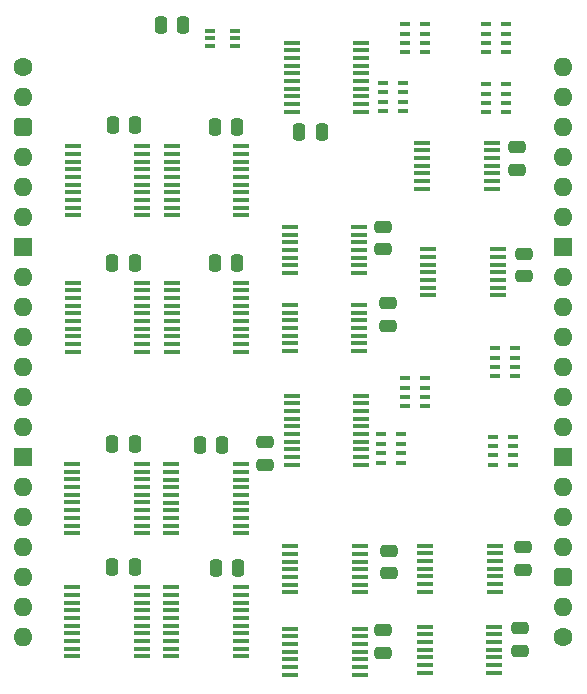
<source format=gts>
%TF.GenerationSoftware,KiCad,Pcbnew,7.0.5*%
%TF.CreationDate,2024-02-09T10:12:16+02:00*%
%TF.ProjectId,GPIO 16bit,4750494f-2031-4366-9269-742e6b696361,V0*%
%TF.SameCoordinates,Original*%
%TF.FileFunction,Soldermask,Top*%
%TF.FilePolarity,Negative*%
%FSLAX46Y46*%
G04 Gerber Fmt 4.6, Leading zero omitted, Abs format (unit mm)*
G04 Created by KiCad (PCBNEW 7.0.5) date 2024-02-09 10:12:16*
%MOMM*%
%LPD*%
G01*
G04 APERTURE LIST*
G04 Aperture macros list*
%AMRoundRect*
0 Rectangle with rounded corners*
0 $1 Rounding radius*
0 $2 $3 $4 $5 $6 $7 $8 $9 X,Y pos of 4 corners*
0 Add a 4 corners polygon primitive as box body*
4,1,4,$2,$3,$4,$5,$6,$7,$8,$9,$2,$3,0*
0 Add four circle primitives for the rounded corners*
1,1,$1+$1,$2,$3*
1,1,$1+$1,$4,$5*
1,1,$1+$1,$6,$7*
1,1,$1+$1,$8,$9*
0 Add four rect primitives between the rounded corners*
20,1,$1+$1,$2,$3,$4,$5,0*
20,1,$1+$1,$4,$5,$6,$7,0*
20,1,$1+$1,$6,$7,$8,$9,0*
20,1,$1+$1,$8,$9,$2,$3,0*%
G04 Aperture macros list end*
%ADD10R,1.475000X0.450000*%
%ADD11R,0.875000X0.450000*%
%ADD12R,0.950000X0.450000*%
%ADD13R,0.900000X0.450000*%
%ADD14RoundRect,0.250000X-0.475000X0.250000X-0.475000X-0.250000X0.475000X-0.250000X0.475000X0.250000X0*%
%ADD15RoundRect,0.250000X0.250000X0.475000X-0.250000X0.475000X-0.250000X-0.475000X0.250000X-0.475000X0*%
%ADD16RoundRect,0.250000X-0.250000X-0.475000X0.250000X-0.475000X0.250000X0.475000X-0.250000X0.475000X0*%
%ADD17RoundRect,0.250000X0.475000X-0.250000X0.475000X0.250000X-0.475000X0.250000X-0.475000X-0.250000X0*%
%ADD18C,1.600000*%
%ADD19O,1.600000X1.600000*%
%ADD20RoundRect,0.400000X0.400000X0.400000X-0.400000X0.400000X-0.400000X-0.400000X0.400000X-0.400000X0*%
%ADD21R,1.600000X1.600000*%
%ADD22RoundRect,0.400000X-0.400000X-0.400000X0.400000X-0.400000X0.400000X0.400000X-0.400000X0.400000X0*%
G04 APERTURE END LIST*
D10*
%TO.C,IC21*%
X148302000Y-100748000D03*
X148302000Y-101398000D03*
X148302000Y-102048000D03*
X148302000Y-102698000D03*
X148302000Y-103348000D03*
X148302000Y-103998000D03*
X148302000Y-104648000D03*
X154178000Y-104648000D03*
X154178000Y-103998000D03*
X154178000Y-103348000D03*
X154178000Y-102698000D03*
X154178000Y-102048000D03*
X154178000Y-101398000D03*
X154178000Y-100748000D03*
%TD*%
D11*
%TO.C,IC17*%
X130129000Y-50277000D03*
X130129000Y-50927000D03*
X130129000Y-51577000D03*
X132253000Y-51577000D03*
X132253000Y-50927000D03*
X132253000Y-50277000D03*
%TD*%
D10*
%TO.C,IC16*%
X126873000Y-60071000D03*
X126873000Y-60721000D03*
X126873000Y-61371000D03*
X126873000Y-62021000D03*
X126873000Y-62671000D03*
X126873000Y-63321000D03*
X126873000Y-63971000D03*
X126873000Y-64621000D03*
X126873000Y-65271000D03*
X126873000Y-65921000D03*
X132749000Y-65921000D03*
X132749000Y-65271000D03*
X132749000Y-64621000D03*
X132749000Y-63971000D03*
X132749000Y-63321000D03*
X132749000Y-62671000D03*
X132749000Y-62021000D03*
X132749000Y-61371000D03*
X132749000Y-60721000D03*
X132749000Y-60071000D03*
%TD*%
%TO.C,IC15*%
X118474000Y-60078000D03*
X118474000Y-60728000D03*
X118474000Y-61378000D03*
X118474000Y-62028000D03*
X118474000Y-62678000D03*
X118474000Y-63328000D03*
X118474000Y-63978000D03*
X118474000Y-64628000D03*
X118474000Y-65278000D03*
X118474000Y-65928000D03*
X124350000Y-65928000D03*
X124350000Y-65278000D03*
X124350000Y-64628000D03*
X124350000Y-63978000D03*
X124350000Y-63328000D03*
X124350000Y-62678000D03*
X124350000Y-62028000D03*
X124350000Y-61378000D03*
X124350000Y-60728000D03*
X124350000Y-60078000D03*
%TD*%
%TO.C,IC13*%
X142892000Y-57154000D03*
X142892000Y-56504000D03*
X142892000Y-55854000D03*
X142892000Y-55204000D03*
X142892000Y-54554000D03*
X142892000Y-53904000D03*
X142892000Y-53254000D03*
X142892000Y-52604000D03*
X142892000Y-51954000D03*
X142892000Y-51304000D03*
X137016000Y-51304000D03*
X137016000Y-51954000D03*
X137016000Y-52604000D03*
X137016000Y-53254000D03*
X137016000Y-53904000D03*
X137016000Y-54554000D03*
X137016000Y-55204000D03*
X137016000Y-55854000D03*
X137016000Y-56504000D03*
X137016000Y-57154000D03*
%TD*%
%TO.C,IC12*%
X148065000Y-59772000D03*
X148065000Y-60422000D03*
X148065000Y-61072000D03*
X148065000Y-61722000D03*
X148065000Y-62372000D03*
X148065000Y-63022000D03*
X148065000Y-63672000D03*
X153941000Y-63672000D03*
X153941000Y-63022000D03*
X153941000Y-62372000D03*
X153941000Y-61722000D03*
X153941000Y-61072000D03*
X153941000Y-60422000D03*
X153941000Y-59772000D03*
%TD*%
%TO.C,IC11*%
X126839000Y-71620000D03*
X126839000Y-72270000D03*
X126839000Y-72920000D03*
X126839000Y-73570000D03*
X126839000Y-74220000D03*
X126839000Y-74870000D03*
X126839000Y-75520000D03*
X126839000Y-76170000D03*
X126839000Y-76820000D03*
X126839000Y-77470000D03*
X132715000Y-77470000D03*
X132715000Y-76820000D03*
X132715000Y-76170000D03*
X132715000Y-75520000D03*
X132715000Y-74870000D03*
X132715000Y-74220000D03*
X132715000Y-73570000D03*
X132715000Y-72920000D03*
X132715000Y-72270000D03*
X132715000Y-71620000D03*
%TD*%
%TO.C,IC10*%
X118457000Y-71620000D03*
X118457000Y-72270000D03*
X118457000Y-72920000D03*
X118457000Y-73570000D03*
X118457000Y-74220000D03*
X118457000Y-74870000D03*
X118457000Y-75520000D03*
X118457000Y-76170000D03*
X118457000Y-76820000D03*
X118457000Y-77470000D03*
X124333000Y-77470000D03*
X124333000Y-76820000D03*
X124333000Y-76170000D03*
X124333000Y-75520000D03*
X124333000Y-74870000D03*
X124333000Y-74220000D03*
X124333000Y-73570000D03*
X124333000Y-72920000D03*
X124333000Y-72270000D03*
X124333000Y-71620000D03*
%TD*%
%TO.C,IC8*%
X126822000Y-86991000D03*
X126822000Y-87641000D03*
X126822000Y-88291000D03*
X126822000Y-88941000D03*
X126822000Y-89591000D03*
X126822000Y-90241000D03*
X126822000Y-90891000D03*
X126822000Y-91541000D03*
X126822000Y-92191000D03*
X126822000Y-92841000D03*
X132698000Y-92841000D03*
X132698000Y-92191000D03*
X132698000Y-91541000D03*
X132698000Y-90891000D03*
X132698000Y-90241000D03*
X132698000Y-89591000D03*
X132698000Y-88941000D03*
X132698000Y-88291000D03*
X132698000Y-87641000D03*
X132698000Y-86991000D03*
%TD*%
%TO.C,IC7*%
X126822000Y-97416000D03*
X126822000Y-98066000D03*
X126822000Y-98716000D03*
X126822000Y-99366000D03*
X126822000Y-100016000D03*
X126822000Y-100666000D03*
X126822000Y-101316000D03*
X126822000Y-101966000D03*
X126822000Y-102616000D03*
X126822000Y-103266000D03*
X132698000Y-103266000D03*
X132698000Y-102616000D03*
X132698000Y-101966000D03*
X132698000Y-101316000D03*
X132698000Y-100666000D03*
X132698000Y-100016000D03*
X132698000Y-99366000D03*
X132698000Y-98716000D03*
X132698000Y-98066000D03*
X132698000Y-97416000D03*
%TD*%
%TO.C,IC6*%
X148573000Y-68789000D03*
X148573000Y-69439000D03*
X148573000Y-70089000D03*
X148573000Y-70739000D03*
X148573000Y-71389000D03*
X148573000Y-72039000D03*
X148573000Y-72689000D03*
X154449000Y-72689000D03*
X154449000Y-72039000D03*
X154449000Y-71389000D03*
X154449000Y-70739000D03*
X154449000Y-70089000D03*
X154449000Y-69439000D03*
X154449000Y-68789000D03*
%TD*%
%TO.C,IC5*%
X118423000Y-86980000D03*
X118423000Y-87630000D03*
X118423000Y-88280000D03*
X118423000Y-88930000D03*
X118423000Y-89580000D03*
X118423000Y-90230000D03*
X118423000Y-90880000D03*
X118423000Y-91530000D03*
X118423000Y-92180000D03*
X118423000Y-92830000D03*
X124299000Y-92830000D03*
X124299000Y-92180000D03*
X124299000Y-91530000D03*
X124299000Y-90880000D03*
X124299000Y-90230000D03*
X124299000Y-89580000D03*
X124299000Y-88930000D03*
X124299000Y-88280000D03*
X124299000Y-87630000D03*
X124299000Y-86980000D03*
%TD*%
%TO.C,IC3*%
X148309500Y-93890000D03*
X148309500Y-94540000D03*
X148309500Y-95190000D03*
X148309500Y-95840000D03*
X148309500Y-96490000D03*
X148309500Y-97140000D03*
X148309500Y-97790000D03*
X154185500Y-97790000D03*
X154185500Y-97140000D03*
X154185500Y-96490000D03*
X154185500Y-95840000D03*
X154185500Y-95190000D03*
X154185500Y-94540000D03*
X154185500Y-93890000D03*
%TD*%
%TO.C,IC2*%
X142892000Y-87040000D03*
X142892000Y-86390000D03*
X142892000Y-85740000D03*
X142892000Y-85090000D03*
X142892000Y-84440000D03*
X142892000Y-83790000D03*
X142892000Y-83140000D03*
X142892000Y-82490000D03*
X142892000Y-81840000D03*
X142892000Y-81190000D03*
X137016000Y-81190000D03*
X137016000Y-81840000D03*
X137016000Y-82490000D03*
X137016000Y-83140000D03*
X137016000Y-83790000D03*
X137016000Y-84440000D03*
X137016000Y-85090000D03*
X137016000Y-85740000D03*
X137016000Y-86390000D03*
X137016000Y-87040000D03*
%TD*%
%TO.C,IC1*%
X118440000Y-97416000D03*
X118440000Y-98066000D03*
X118440000Y-98716000D03*
X118440000Y-99366000D03*
X118440000Y-100016000D03*
X118440000Y-100666000D03*
X118440000Y-101316000D03*
X118440000Y-101966000D03*
X118440000Y-102616000D03*
X118440000Y-103266000D03*
X124316000Y-103266000D03*
X124316000Y-102616000D03*
X124316000Y-101966000D03*
X124316000Y-101316000D03*
X124316000Y-100666000D03*
X124316000Y-100016000D03*
X124316000Y-99366000D03*
X124316000Y-98716000D03*
X124316000Y-98066000D03*
X124316000Y-97416000D03*
%TD*%
D12*
%TO.C,CN4*%
X155917000Y-79559000D03*
X155917000Y-78759000D03*
X155917000Y-77959000D03*
X155917000Y-77159000D03*
X154217000Y-77159000D03*
X154217000Y-77959000D03*
X154217000Y-78759000D03*
X154217000Y-79559000D03*
%TD*%
%TO.C,CN3*%
X154090000Y-84652000D03*
X154090000Y-85452000D03*
X154090000Y-86252000D03*
X154090000Y-87052000D03*
X155790000Y-87052000D03*
X155790000Y-86252000D03*
X155790000Y-85452000D03*
X155790000Y-84652000D03*
%TD*%
%TO.C,CN2*%
X153455000Y-49727000D03*
X153455000Y-50527000D03*
X153455000Y-51327000D03*
X153455000Y-52127000D03*
X155155000Y-52127000D03*
X155155000Y-51327000D03*
X155155000Y-50527000D03*
X155155000Y-49727000D03*
%TD*%
%TO.C,CN1*%
X153455000Y-54807000D03*
X153455000Y-55607000D03*
X153455000Y-56407000D03*
X153455000Y-57207000D03*
X155155000Y-57207000D03*
X155155000Y-56407000D03*
X155155000Y-55607000D03*
X155155000Y-54807000D03*
%TD*%
D13*
%TO.C,RN3*%
X148326000Y-52127000D03*
X148326000Y-51327000D03*
X148326000Y-50527000D03*
X148326000Y-49727000D03*
X146626000Y-49727000D03*
X146626000Y-50527000D03*
X146626000Y-51327000D03*
X146626000Y-52127000D03*
%TD*%
D10*
%TO.C,IC14*%
X136872000Y-73503000D03*
X136872000Y-74153000D03*
X136872000Y-74803000D03*
X136872000Y-75453000D03*
X136872000Y-76103000D03*
X136872000Y-76753000D03*
X136872000Y-77403000D03*
X142748000Y-77403000D03*
X142748000Y-76753000D03*
X142748000Y-76103000D03*
X142748000Y-75453000D03*
X142748000Y-74803000D03*
X142748000Y-74153000D03*
X142748000Y-73503000D03*
%TD*%
D14*
%TO.C,C19*%
X156718000Y-69170000D03*
X156718000Y-71070000D03*
%TD*%
D10*
%TO.C,IC9*%
X136889000Y-93935000D03*
X136889000Y-94585000D03*
X136889000Y-95235000D03*
X136889000Y-95885000D03*
X136889000Y-96535000D03*
X136889000Y-97185000D03*
X136889000Y-97835000D03*
X142765000Y-97835000D03*
X142765000Y-97185000D03*
X142765000Y-96535000D03*
X142765000Y-95885000D03*
X142765000Y-95235000D03*
X142765000Y-94585000D03*
X142765000Y-93935000D03*
%TD*%
D14*
%TO.C,C10*%
X145288000Y-94331000D03*
X145288000Y-96231000D03*
%TD*%
D10*
%TO.C,IC4*%
X136889000Y-100920000D03*
X136889000Y-101570000D03*
X136889000Y-102220000D03*
X136889000Y-102870000D03*
X136889000Y-103520000D03*
X136889000Y-104170000D03*
X136889000Y-104820000D03*
X142765000Y-104820000D03*
X142765000Y-104170000D03*
X142765000Y-103520000D03*
X142765000Y-102870000D03*
X142765000Y-102220000D03*
X142765000Y-101570000D03*
X142765000Y-100920000D03*
%TD*%
D15*
%TO.C,C6*%
X132379000Y-58420000D03*
X130479000Y-58420000D03*
%TD*%
D14*
%TO.C,C15*%
X156320000Y-100890000D03*
X156320000Y-102790000D03*
%TD*%
%TO.C,C1*%
X156083000Y-60153000D03*
X156083000Y-62053000D03*
%TD*%
D15*
%TO.C,C17*%
X123726000Y-95709000D03*
X121826000Y-95709000D03*
%TD*%
D13*
%TO.C,RN4*%
X146438000Y-57117000D03*
X146438000Y-56317000D03*
X146438000Y-55517000D03*
X146438000Y-54717000D03*
X144738000Y-54717000D03*
X144738000Y-55517000D03*
X144738000Y-56317000D03*
X144738000Y-57117000D03*
%TD*%
D14*
%TO.C,C2*%
X145161000Y-73376000D03*
X145161000Y-75276000D03*
%TD*%
D16*
%TO.C,C7*%
X137640000Y-58902000D03*
X139540000Y-58902000D03*
%TD*%
D14*
%TO.C,C18*%
X144763000Y-66899000D03*
X144763000Y-68799000D03*
%TD*%
%TO.C,C20*%
X144780000Y-101047000D03*
X144780000Y-102947000D03*
%TD*%
D15*
%TO.C,C9*%
X123743000Y-58293000D03*
X121843000Y-58293000D03*
%TD*%
D13*
%TO.C,RN1*%
X146294000Y-86861000D03*
X146294000Y-86061000D03*
X146294000Y-85261000D03*
X146294000Y-84461000D03*
X144594000Y-84461000D03*
X144594000Y-85261000D03*
X144594000Y-86061000D03*
X144594000Y-86861000D03*
%TD*%
D15*
%TO.C,C8*%
X132379000Y-69977000D03*
X130479000Y-69977000D03*
%TD*%
D13*
%TO.C,RN2*%
X148326000Y-82099000D03*
X148326000Y-81299000D03*
X148326000Y-80499000D03*
X148326000Y-79699000D03*
X146626000Y-79699000D03*
X146626000Y-80499000D03*
X146626000Y-81299000D03*
X146626000Y-82099000D03*
%TD*%
D10*
%TO.C,IC18*%
X136872000Y-66899000D03*
X136872000Y-67549000D03*
X136872000Y-68199000D03*
X136872000Y-68849000D03*
X136872000Y-69499000D03*
X136872000Y-70149000D03*
X136872000Y-70799000D03*
X142748000Y-70799000D03*
X142748000Y-70149000D03*
X142748000Y-69499000D03*
X142748000Y-68849000D03*
X142748000Y-68199000D03*
X142748000Y-67549000D03*
X142748000Y-66899000D03*
%TD*%
D15*
%TO.C,C5*%
X127807000Y-49784000D03*
X125907000Y-49784000D03*
%TD*%
%TO.C,C3*%
X123726000Y-69973000D03*
X121826000Y-69973000D03*
%TD*%
D14*
%TO.C,C12*%
X156581500Y-94017000D03*
X156581500Y-95917000D03*
%TD*%
D15*
%TO.C,C11*%
X123726000Y-85295000D03*
X121826000Y-85295000D03*
%TD*%
D17*
%TO.C,C14*%
X134747000Y-87040000D03*
X134747000Y-85140000D03*
%TD*%
D15*
%TO.C,C16*%
X132506000Y-95758000D03*
X130606000Y-95758000D03*
%TD*%
%TO.C,C4*%
X131109000Y-85344000D03*
X129209000Y-85344000D03*
%TD*%
D18*
%TO.C,J2*%
X114300000Y-53340000D03*
D19*
X114300000Y-55880000D03*
D20*
X114300000Y-58420000D03*
D19*
X114300000Y-60960000D03*
X114300000Y-63500000D03*
X114300000Y-66040000D03*
D21*
X114300000Y-68580000D03*
D19*
X114300000Y-71120000D03*
X114300000Y-73660000D03*
X114300000Y-76200000D03*
X114300000Y-78740000D03*
X114300000Y-81280000D03*
X114300000Y-83820000D03*
D21*
X114300000Y-86360000D03*
D19*
X114300000Y-88900000D03*
X114300000Y-91440000D03*
X114300000Y-93980000D03*
X114300000Y-96520000D03*
X114300000Y-99060000D03*
X114300000Y-101600000D03*
%TD*%
D18*
%TO.C,J1*%
X160020000Y-101600000D03*
D19*
X160020000Y-99060000D03*
D22*
X160020000Y-96520000D03*
D19*
X160020000Y-93980000D03*
X160020000Y-91440000D03*
X160020000Y-88900000D03*
D21*
X160020000Y-86360000D03*
D19*
X160020000Y-83820000D03*
X160020000Y-81280000D03*
X160020000Y-78740000D03*
X160020000Y-76200000D03*
X160020000Y-73660000D03*
X160020000Y-71120000D03*
D21*
X160020000Y-68580000D03*
D19*
X160020000Y-66040000D03*
X160020000Y-63500000D03*
X160020000Y-60960000D03*
X160020000Y-58420000D03*
X160020000Y-55880000D03*
X160020000Y-53340000D03*
%TD*%
M02*

</source>
